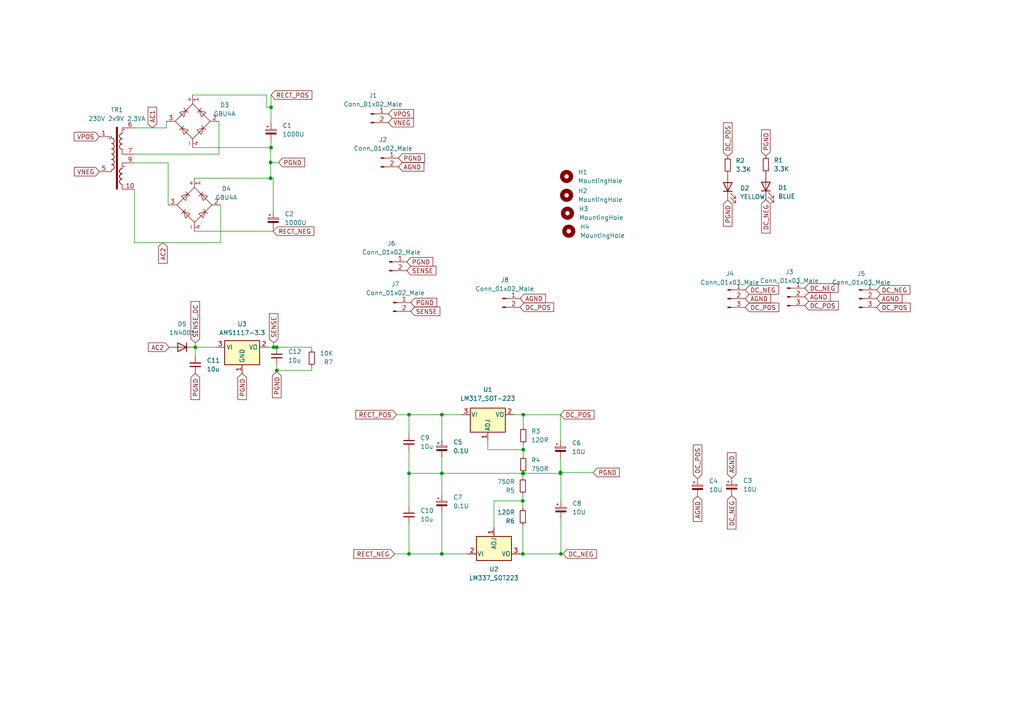
<source format=kicad_sch>
(kicad_sch (version 20230121) (generator eeschema)
  (paper "A4")
  (lib_symbols
    (symbol "Connector:Conn_01x02_Male" (pin_names (offset 1.016) hide)
      (property "Reference" "J" (at 0 2.54 0))
      (property "Value" "Conn_01x02_Male" (at 0 -5.08 0))
      (symbol "Conn_01x02_Male_1_1"
        (polyline (pts (xy 1.27 -2.54) (xy 0.8636 -2.54)) (stroke (width 0.1524)))
        (polyline (pts (xy 1.27 0) (xy 0.8636 0)) (stroke (width 0.1524)))
        (rectangle (start 0.8636 -2.413) (end 0 -2.667) (stroke (width 0.1524)) (fill (type outline)))
        (rectangle (start 0.8636 0.127) (end 0 -0.127) (stroke (width 0.1524)) (fill (type outline)))
        (pin passive line (at 5.08 0 180) (length 3.81) (name "Pin_1") (number "1"))
        (pin passive line (at 5.08 -2.54 180) (length 3.81) (name "Pin_2") (number "2"))
      )
    )
    (symbol "Connector:Conn_01x03_Male" (pin_names (offset 1.016) hide)
      (property "Reference" "J" (at 0 5.08 0))
      (property "Value" "Conn_01x03_Male" (at 0 -5.08 0))
      (symbol "Conn_01x03_Male_1_1"
        (polyline (pts (xy 1.27 -2.54) (xy 0.8636 -2.54)) (stroke (width 0.1524)))
        (polyline (pts (xy 1.27 0) (xy 0.8636 0)) (stroke (width 0.1524)))
        (polyline (pts (xy 1.27 2.54) (xy 0.8636 2.54)) (stroke (width 0.1524)))
        (rectangle (start 0.8636 -2.413) (end 0 -2.667) (stroke (width 0.1524)) (fill (type outline)))
        (rectangle (start 0.8636 0.127) (end 0 -0.127) (stroke (width 0.1524)) (fill (type outline)))
        (rectangle (start 0.8636 2.667) (end 0 2.413) (stroke (width 0.1524)) (fill (type outline)))
        (pin passive line (at 5.08 2.54 180) (length 3.81) (name "Pin_1") (number "1"))
        (pin passive line (at 5.08 0 180) (length 3.81) (name "Pin_2") (number "2"))
        (pin passive line (at 5.08 -2.54 180) (length 3.81) (name "Pin_3") (number "3"))
      )
    )
    (symbol "Device:C_Polarized_Small" (pin_numbers hide) (pin_names (offset 0.254) hide)
      (property "Reference" "C" (at 0.254 1.778 0))
      (property "Value" "C_Polarized_Small" (at 0.254 -2.032 0))
      (symbol "C_Polarized_Small_0_1"
        (rectangle (start -1.524 -0.3048) (end 1.524 -0.6858) (fill (type outline)))
        (rectangle (start -1.524 0.6858) (end 1.524 0.3048))
        (polyline (pts (xy -1.27 1.524) (xy -0.762 1.524)))
        (polyline (pts (xy -1.016 1.27) (xy -1.016 1.778)))
      )
      (symbol "C_Polarized_Small_1_1"
        (pin passive line (at 0 2.54 270) (length 1.8542) (name "~") (number "1"))
        (pin passive line (at 0 -2.54 90) (length 1.8542) (name "~") (number "2"))
      )
    )
    (symbol "Device:C_Small" (pin_numbers hide) (pin_names (offset 0.254) hide)
      (property "Reference" "C" (at 0.254 1.778 0))
      (property "Value" "C_Small" (at 0.254 -2.032 0))
      (symbol "C_Small_0_1"
        (polyline (pts (xy -1.524 -0.508) (xy 1.524 -0.508)) (stroke (width 0.3302)))
        (polyline (pts (xy -1.524 0.508) (xy 1.524 0.508)) (stroke (width 0.3048)))
      )
      (symbol "C_Small_1_1"
        (pin passive line (at 0 2.54 270) (length 2.032) (name "~") (number "1"))
        (pin passive line (at 0 -2.54 90) (length 2.032) (name "~") (number "2"))
      )
    )
    (symbol "Device:LED" (pin_numbers hide) (pin_names (offset 1.016) hide)
      (property "Reference" "D" (at 0 2.54 0))
      (property "Value" "LED" (at 0 -2.54 0))
      (symbol "LED_0_1"
        (polyline (pts (xy -1.27 -1.27) (xy -1.27 1.27)) (stroke (width 0.254)))
        (polyline (pts (xy -1.27 0) (xy 1.27 0)))
        (polyline (pts (xy 1.27 -1.27) (xy 1.27 1.27) (xy -1.27 0) (xy 1.27 -1.27)) (stroke (width 0.254)))
        (polyline (pts (xy -3.048 -0.762) (xy -4.572 -2.286) (xy -3.81 -2.286) (xy -4.572 -2.286) (xy -4.572 -1.524)))
        (polyline (pts (xy -1.778 -0.762) (xy -3.302 -2.286) (xy -2.54 -2.286) (xy -3.302 -2.286) (xy -3.302 -1.524)))
      )
      (symbol "LED_1_1"
        (pin passive line (at -3.81 0 0) (length 2.54) (name "K") (number "1"))
        (pin passive line (at 3.81 0 180) (length 2.54) (name "A") (number "2"))
      )
    )
    (symbol "Device:R_Small" (pin_numbers hide) (pin_names (offset 0.254) hide)
      (property "Reference" "R" (at 0.762 0.508 0))
      (property "Value" "R_Small" (at 0.762 -1.016 0))
      (symbol "R_Small_0_1"
        (rectangle (start -0.762 1.778) (end 0.762 -1.778) (stroke (width 0.2032)))
      )
      (symbol "R_Small_1_1"
        (pin passive line (at 0 2.54 270) (length 0.762) (name "~") (number "1"))
        (pin passive line (at 0 -2.54 90) (length 0.762) (name "~") (number "2"))
      )
    )
    (symbol "Diode:1N4001" (pin_numbers hide) (pin_names hide)
      (property "Reference" "D" (at 0 2.54 0))
      (property "Value" "1N4001" (at 0 -2.54 0))
      (symbol "1N4001_0_1"
        (polyline (pts (xy -1.27 1.27) (xy -1.27 -1.27)) (stroke (width 0.254)))
        (polyline (pts (xy 1.27 0) (xy -1.27 0)))
        (polyline (pts (xy 1.27 1.27) (xy 1.27 -1.27) (xy -1.27 0) (xy 1.27 1.27)) (stroke (width 0.254)))
      )
      (symbol "1N4001_1_1"
        (pin passive line (at -3.81 0 0) (length 2.54) (name "K") (number "1"))
        (pin passive line (at 3.81 0 180) (length 2.54) (name "A") (number "2"))
      )
    )
    (symbol "Diode_Bridge:GBU4A" (pin_names (offset 0))
      (property "Reference" "D" (at 2.54 6.985 0))
      (property "Value" "GBU4A" (at 2.54 5.08 0))
      (symbol "GBU4A_0_1"
        (polyline (pts (xy -2.54 3.81) (xy -1.27 2.54)))
        (polyline (pts (xy -1.27 -2.54) (xy -2.54 -3.81)))
        (polyline (pts (xy 2.54 -1.27) (xy 3.81 -2.54)))
        (polyline (pts (xy 2.54 1.27) (xy 3.81 2.54)))
        (polyline (pts (xy -3.81 2.54) (xy -2.54 1.27) (xy -1.905 3.175) (xy -3.81 2.54)))
        (polyline (pts (xy -2.54 -1.27) (xy -3.81 -2.54) (xy -1.905 -3.175) (xy -2.54 -1.27)))
        (polyline (pts (xy 1.27 2.54) (xy 2.54 3.81) (xy 3.175 1.905) (xy 1.27 2.54)))
        (polyline (pts (xy 3.175 -1.905) (xy 1.27 -2.54) (xy 2.54 -3.81) (xy 3.175 -1.905)))
        (polyline (pts (xy -5.08 0) (xy 0 -5.08) (xy 5.08 0) (xy 0 5.08) (xy -5.08 0)))
      )
      (symbol "GBU4A_1_1"
        (pin passive line (at 7.62 0 180) (length 2.54) (name "+") (number "1"))
        (pin passive line (at 0 -7.62 90) (length 2.54) (name "~") (number "2"))
        (pin passive line (at 0 7.62 270) (length 2.54) (name "~") (number "3"))
        (pin passive line (at -7.62 0 0) (length 2.54) (name "-") (number "4"))
      )
    )
    (symbol "Mechanical:MountingHole" (pin_names (offset 1.016))
      (property "Reference" "H" (at 0 5.08 0))
      (property "Value" "MountingHole" (at 0 3.175 0))
      (symbol "MountingHole_0_1"
        (circle (center 0 0) (radius 1.27) (stroke (width 1.27)))
      )
    )
    (symbol "Regulator_Linear:AMS1117-3.3"
      (property "Reference" "U" (at -3.81 3.175 0))
      (property "Value" "AMS1117-3.3" (at 0 3.175 0))
      (symbol "AMS1117-3.3_0_1"
        (rectangle (start -5.08 -5.08) (end 5.08 1.905) (stroke (width 0.254)) (fill (type background)))
      )
      (symbol "AMS1117-3.3_1_1"
        (pin power_in line (at 0 -7.62 90) (length 2.54) (name "GND") (number "1"))
        (pin power_out line (at 7.62 0 180) (length 2.54) (name "VO") (number "2"))
        (pin power_in line (at -7.62 0 0) (length 2.54) (name "VI") (number "3"))
      )
    )
    (symbol "Regulator_Linear:LM317_SOT-223" (pin_names (offset 0.254))
      (property "Reference" "U" (at -3.81 3.175 0))
      (property "Value" "LM317_SOT-223" (at 0 3.175 0))
      (symbol "LM317_SOT-223_0_1"
        (rectangle (start -5.08 1.905) (end 5.08 -5.08) (stroke (width 0.254)) (fill (type background)))
      )
      (symbol "LM317_SOT-223_1_1"
        (pin input line (at 0 -7.62 90) (length 2.54) (name "ADJ") (number "1"))
        (pin power_out line (at 7.62 0 180) (length 2.54) (name "VO") (number "2"))
        (pin power_in line (at -7.62 0 0) (length 2.54) (name "VI") (number "3"))
      )
    )
    (symbol "Regulator_Linear:LM337_SOT223" (pin_names (offset 0.254))
      (property "Reference" "U" (at -3.81 -3.175 0))
      (property "Value" "LM337_SOT223" (at 0 -3.175 0))
      (symbol "LM337_SOT223_0_1"
        (rectangle (start -5.08 5.08) (end 5.08 -1.905) (stroke (width 0.254)) (fill (type background)))
      )
      (symbol "LM337_SOT223_1_1"
        (pin input line (at 0 7.62 270) (length 2.54) (name "ADJ") (number "1"))
        (pin power_in line (at -7.62 0 0) (length 2.54) (name "VI") (number "2"))
        (pin power_out line (at 7.62 0 180) (length 2.54) (name "VO") (number "3"))
      )
    )
    (symbol "Transformer:TEZ2.6-D-2" (pin_names (offset 0.0254))
      (property "Reference" "TR" (at 0 8.89 0))
      (property "Value" "TEZ2.6-D-2" (at 0 -11.43 0))
      (symbol "TEZ2.6-D-2_0_1"
        (circle (center -2.032 4.572) (radius 0.127))
        (arc (start -1.524 -4.572) (mid -0.7653 -3.81) (end -1.524 -3.048) (stroke (width 0.2032)))
        (arc (start -1.524 -3.048) (mid -0.7653 -2.286) (end -1.524 -1.524) (stroke (width 0.2032)))
        (arc (start -1.524 -1.524) (mid -0.7653 -0.762) (end -1.524 0) (stroke (width 0.2032)))
        (arc (start -1.524 0) (mid -0.7653 0.762) (end -1.524 1.524) (stroke (width 0.2032)))
        (arc (start -1.524 1.524) (mid -0.7653 2.286) (end -1.524 3.048) (stroke (width 0.2032)))
        (arc (start -1.524 3.048) (mid -0.7653 3.81) (end -1.524 4.572) (stroke (width 0.2032)))
        (rectangle (start -0.254 7.874) (end 0.254 -10.16) (stroke (width 0.0254)) (fill (type outline)))
        (polyline (pts (xy -1.524 -4.572) (xy -1.524 -5.08) (xy -2.54 -5.08)))
        (polyline (pts (xy -1.524 4.572) (xy -1.524 5.08) (xy -2.54 5.08)))
        (polyline (pts (xy 1.524 -8.89) (xy 1.524 -10.16) (xy 2.54 -10.16)))
        (polyline (pts (xy 2.54 -2.54) (xy 1.524 -2.54) (xy 1.524 -4.064)))
        (polyline (pts (xy 2.54 0) (xy 1.524 0) (xy 1.524 1.27)))
        (polyline (pts (xy 2.54 7.62) (xy 1.524 7.62) (xy 1.524 6.096)))
        (arc (start 1.524 -7.239) (mid 0.7653 -8.001) (end 1.524 -8.763) (stroke (width 0.2032)))
        (arc (start 1.524 -5.715) (mid 0.7653 -6.477) (end 1.524 -7.239) (stroke (width 0.2032)))
        (arc (start 1.524 -5.715) (mid 0.7653 -6.477) (end 1.524 -7.239) (stroke (width 0.2032)))
        (arc (start 1.524 -4.191) (mid 0.7653 -4.953) (end 1.524 -5.715) (stroke (width 0.2032)))
        (arc (start 1.524 -4.191) (mid 0.7653 -4.953) (end 1.524 -5.715) (stroke (width 0.2032)))
        (arc (start 1.524 2.921) (mid 0.7653 2.159) (end 1.524 1.397) (stroke (width 0.2032)))
        (arc (start 1.524 4.445) (mid 0.7653 3.683) (end 1.524 2.921) (stroke (width 0.2032)))
        (arc (start 1.524 5.969) (mid 0.7653 5.207) (end 1.524 4.445) (stroke (width 0.2032)))
        (circle (center 2.032 -3.556) (radius 0.127))
        (circle (center 2.032 7.112) (radius 0.127))
      )
      (symbol "TEZ2.6-D-2_1_1"
        (pin passive line (at -5.08 5.08 0) (length 2.54) (name "~") (number "1"))
        (pin passive line (at 5.08 -10.16 180) (length 2.54) (name "~") (number "10"))
        (pin passive line (at -5.08 -5.08 0) (length 2.54) (name "~") (number "5"))
        (pin passive line (at 5.08 7.62 180) (length 2.54) (name "~") (number "6"))
        (pin passive line (at 5.08 0 180) (length 2.54) (name "~") (number "7"))
        (pin passive line (at 5.08 -2.54 180) (length 2.54) (name "~") (number "9"))
      )
    )
  )
  (junction (at 56.642 100.711))
  (junction (at 118.618 160.655))
  (junction (at 151.765 130.429))
  (junction (at 80.264 100.711))
  (junction (at 151.638 145.288))
  (junction (at 79.375 100.711))
  (junction (at 151.765 120.269))
  (junction (at 151.638 137.287))
  (junction (at 128.143 120.269))
  (junction (at 162.56 137.287))
  (junction (at 128.143 160.655))
  (junction (at 78.613 42.799))
  (junction (at 118.618 120.269))
  (junction (at 151.638 160.655))
  (junction (at 162.687 160.655))
  (junction (at 78.486 51.689))
  (junction (at 80.264 107.442))
  (junction (at 78.613 31.115))
  (junction (at 162.56 137.033))
  (junction (at 128.143 137.287))
  (junction (at 78.486 47.117))
  (junction (at 118.618 137.287))
  (junction (at 151.765 137.287))
  (wire (pts (xy 79.248 51.689) (xy 78.486 51.689)))
  (wire (pts (xy 38.989 37.084) (xy 48.26 37.084)))
  (wire (pts (xy 80.264 100.711) (xy 79.375 100.711)))
  (wire (pts (xy 78.613 43.053) (xy 78.486 43.053)))
  (wire (pts (xy 64.008 70.358) (xy 38.989 70.358)))
  (wire (pts (xy 118.618 137.287) (xy 128.143 137.287)))
  (wire (pts (xy 48.768 47.244) (xy 38.989 47.244)))
  (wire (pts (xy 118.618 146.812) (xy 118.618 137.287)))
  (wire (pts (xy 151.765 130.429) (xy 151.765 132.207)))
  (wire (pts (xy 151.765 128.905) (xy 151.765 130.429)))
  (wire (pts (xy 118.618 160.655) (xy 128.143 160.655)))
  (wire (pts (xy 48.768 59.436) (xy 48.768 47.244)))
  (wire (pts (xy 78.613 31.115) (xy 78.613 35.687)))
  (wire (pts (xy 90.424 107.442) (xy 80.264 107.442)))
  (wire (pts (xy 78.486 51.689) (xy 56.388 51.689)))
  (wire (pts (xy 90.424 100.711) (xy 90.424 101.346)))
  (wire (pts (xy 78.613 40.767) (xy 78.613 42.799)))
  (wire (pts (xy 80.264 107.442) (xy 80.264 107.823)))
  (wire (pts (xy 162.687 160.655) (xy 163.322 160.655)))
  (wire (pts (xy 162.687 160.655) (xy 162.687 150.368)))
  (wire (pts (xy 151.638 152.4) (xy 151.638 160.655)))
  (wire (pts (xy 56.642 100.711) (xy 62.611 100.711)))
  (wire (pts (xy 90.424 106.426) (xy 90.424 107.442)))
  (wire (pts (xy 128.143 160.655) (xy 135.636 160.655)))
  (wire (pts (xy 162.56 127.762) (xy 162.56 120.269)))
  (wire (pts (xy 80.264 105.791) (xy 80.264 107.442)))
  (wire (pts (xy 141.478 127.889) (xy 141.478 130.429)))
  (wire (pts (xy 128.143 120.269) (xy 133.858 120.269)))
  (wire (pts (xy 118.618 151.892) (xy 118.618 160.655)))
  (wire (pts (xy 118.618 130.81) (xy 118.618 137.287)))
  (wire (pts (xy 56.642 103.251) (xy 56.642 100.711)))
  (wire (pts (xy 143.256 145.288) (xy 151.638 145.288)))
  (wire (pts (xy 55.88 42.799) (xy 78.613 42.799)))
  (wire (pts (xy 128.143 127.508) (xy 128.143 120.269)))
  (wire (pts (xy 162.56 132.842) (xy 162.56 137.033)))
  (wire (pts (xy 77.343 27.559) (xy 77.343 31.115)))
  (wire (pts (xy 143.256 153.035) (xy 143.256 145.288)))
  (wire (pts (xy 151.765 137.287) (xy 162.56 137.287)))
  (wire (pts (xy 128.143 137.287) (xy 128.143 132.588)))
  (wire (pts (xy 151.765 120.269) (xy 151.765 123.825)))
  (wire (pts (xy 78.486 43.053) (xy 78.486 47.117)))
  (wire (pts (xy 79.248 66.421) (xy 79.248 67.056)))
  (wire (pts (xy 48.26 35.179) (xy 48.26 37.084)))
  (wire (pts (xy 128.143 148.59) (xy 128.143 160.655)))
  (wire (pts (xy 151.765 120.269) (xy 162.56 120.269)))
  (wire (pts (xy 78.486 47.117) (xy 80.772 47.117)))
  (wire (pts (xy 151.638 147.32) (xy 151.638 145.288)))
  (wire (pts (xy 78.613 42.799) (xy 78.613 43.053)))
  (wire (pts (xy 151.638 160.655) (xy 162.687 160.655)))
  (wire (pts (xy 79.248 67.056) (xy 56.388 67.056)))
  (wire (pts (xy 151.638 145.288) (xy 151.638 143.51)))
  (wire (pts (xy 115.062 120.269) (xy 118.618 120.269)))
  (wire (pts (xy 149.098 120.269) (xy 151.765 120.269)))
  (wire (pts (xy 55.88 27.559) (xy 77.343 27.559)))
  (wire (pts (xy 80.264 100.711) (xy 90.424 100.711)))
  (wire (pts (xy 56.642 99.441) (xy 56.642 100.711)))
  (wire (pts (xy 56.388 51.689) (xy 56.388 51.816)))
  (wire (pts (xy 151.638 160.655) (xy 150.876 160.655)))
  (wire (pts (xy 64.008 59.436) (xy 64.008 70.358)))
  (wire (pts (xy 38.989 44.704) (xy 63.5 44.704)))
  (wire (pts (xy 162.56 137.033) (xy 162.56 137.287)))
  (wire (pts (xy 78.613 27.559) (xy 78.613 31.115)))
  (wire (pts (xy 162.687 145.288) (xy 162.687 137.287)))
  (wire (pts (xy 162.56 137.287) (xy 162.687 137.287)))
  (wire (pts (xy 78.486 47.117) (xy 78.486 51.689)))
  (wire (pts (xy 118.618 125.73) (xy 118.618 120.269)))
  (wire (pts (xy 118.618 120.269) (xy 128.143 120.269)))
  (wire (pts (xy 79.375 100.711) (xy 77.851 100.711)))
  (wire (pts (xy 151.638 137.287) (xy 151.765 137.287)))
  (wire (pts (xy 77.343 31.115) (xy 78.613 31.115)))
  (wire (pts (xy 141.478 130.429) (xy 151.765 130.429)))
  (wire (pts (xy 63.5 35.179) (xy 63.5 44.704)))
  (wire (pts (xy 38.989 70.358) (xy 38.989 54.864)))
  (wire (pts (xy 151.638 137.287) (xy 151.638 138.43)))
  (wire (pts (xy 79.375 99.441) (xy 79.375 100.711)))
  (wire (pts (xy 128.143 143.51) (xy 128.143 137.287)))
  (wire (pts (xy 128.143 137.287) (xy 151.638 137.287)))
  (wire (pts (xy 114.427 160.655) (xy 118.618 160.655)))
  (wire (pts (xy 79.248 51.689) (xy 79.248 61.341)))
  (wire (pts (xy 172.085 137.033) (xy 162.56 137.033)))
  (global_label "VNEG" (shape input) (at 112.649 35.56 0) (property "Intersheetrefs" "${INTERSHEET_REFS}" (effects hide)))
  (global_label "AC2" (shape input) (at 49.022 100.711 180) (property "Intersheetrefs" "${INTERSHEET_REFS}" (effects hide)))
  (global_label "DC_NEG" (shape input) (at 254.254 84.074 0) (property "Intersheetrefs" "${INTERSHEET_REFS}" (effects hide)))
  (global_label "SENSE" (shape input) (at 119.126 90.297 0) (property "Intersheetrefs" "${INTERSHEET_REFS}" (effects hide)))
  (global_label "AGND" (shape input) (at 233.426 86.106 0) (property "Intersheetrefs" "${INTERSHEET_REFS}" (effects hide)))
  (global_label "DC_POS" (shape input) (at 211.074 45.339 90) (property "Intersheetrefs" "${INTERSHEET_REFS}" (effects hide)))
  (global_label "RECT_NEG" (shape input) (at 114.427 160.655 180) (property "Intersheetrefs" "${INTERSHEET_REFS}" (effects hide)))
  (global_label "RECT_NEG" (shape input) (at 79.248 67.056 0) (property "Intersheetrefs" "${INTERSHEET_REFS}" (effects hide)))
  (global_label "AGND" (shape input) (at 202.311 143.891 270) (property "Intersheetrefs" "${INTERSHEET_REFS}" (effects hide)))
  (global_label "PGND" (shape input) (at 80.772 47.117 0) (property "Intersheetrefs" "${INTERSHEET_REFS}" (effects hide)))
  (global_label "SENSE" (shape input) (at 79.375 99.441 90) (property "Intersheetrefs" "${INTERSHEET_REFS}" (effects hide)))
  (global_label "RECT_POS" (shape input) (at 115.062 120.269 180) (property "Intersheetrefs" "${INTERSHEET_REFS}" (effects hide)))
  (global_label "RECT_POS" (shape input) (at 78.613 27.559 0) (property "Intersheetrefs" "${INTERSHEET_REFS}" (effects hide)))
  (global_label "VNEG" (shape input) (at 28.829 49.784 180) (property "Intersheetrefs" "${INTERSHEET_REFS}" (effects hide)))
  (global_label "DC_NEG" (shape input) (at 233.426 83.566 0) (property "Intersheetrefs" "${INTERSHEET_REFS}" (effects hide)))
  (global_label "VPOS" (shape input) (at 28.829 39.624 180) (property "Intersheetrefs" "${INTERSHEET_REFS}" (effects hide)))
  (global_label "DC_NEG" (shape input) (at 212.217 143.764 270) (property "Intersheetrefs" "${INTERSHEET_REFS}" (effects hide)))
  (global_label "DC_POS" (shape input) (at 254.254 89.154 0) (property "Intersheetrefs" "${INTERSHEET_REFS}" (effects hide)))
  (global_label "VPOS" (shape input) (at 112.649 33.02 0) (property "Intersheetrefs" "${INTERSHEET_REFS}" (effects hide)))
  (global_label "SENSE" (shape input) (at 117.983 78.486 0) (property "Intersheetrefs" "${INTERSHEET_REFS}" (effects hide)))
  (global_label "DC_POS" (shape input) (at 216.154 89.154 0) (property "Intersheetrefs" "${INTERSHEET_REFS}" (effects hide)))
  (global_label "AGND" (shape input) (at 216.154 86.614 0) (property "Intersheetrefs" "${INTERSHEET_REFS}" (effects hide)))
  (global_label "PGND" (shape input) (at 115.57 45.847 0) (property "Intersheetrefs" "${INTERSHEET_REFS}" (effects hide)))
  (global_label "AGND" (shape input) (at 115.57 48.387 0) (property "Intersheetrefs" "${INTERSHEET_REFS}" (effects hide)))
  (global_label "AGND" (shape input) (at 212.217 138.684 90) (property "Intersheetrefs" "${INTERSHEET_REFS}" (effects hide)))
  (global_label "PGND" (shape input) (at 119.126 87.757 0) (property "Intersheetrefs" "${INTERSHEET_REFS}" (effects hide)))
  (global_label "DC_POS" (shape input) (at 233.426 88.646 0) (property "Intersheetrefs" "${INTERSHEET_REFS}" (effects hide)))
  (global_label "DC_NEG" (shape input) (at 222.123 57.912 270) (property "Intersheetrefs" "${INTERSHEET_REFS}" (effects hide)))
  (global_label "DC_NEG" (shape input) (at 216.154 84.074 0) (property "Intersheetrefs" "${INTERSHEET_REFS}" (effects hide)))
  (global_label "DC_POS" (shape input) (at 162.56 120.269 0) (property "Intersheetrefs" "${INTERSHEET_REFS}" (effects hide)))
  (global_label "AC1" (shape input) (at 44.196 37.084 90) (property "Intersheetrefs" "${INTERSHEET_REFS}" (effects hide)))
  (global_label "AGND" (shape input) (at 150.8463 86.569 0) (property "Intersheetrefs" "${INTERSHEET_REFS}" (effects hide)))
  (global_label "PGND" (shape input) (at 117.983 75.946 0) (property "Intersheetrefs" "${INTERSHEET_REFS}" (effects hide)))
  (global_label "PGND" (shape input) (at 70.231 108.331 270) (property "Intersheetrefs" "${INTERSHEET_REFS}" (effects hide)))
  (global_label "SENSE_DC" (shape input) (at 56.642 99.441 90) (property "Intersheetrefs" "${INTERSHEET_REFS}" (effects hide)))
  (global_label "DC_NEG" (shape input) (at 163.322 160.655 0) (property "Intersheetrefs" "${INTERSHEET_REFS}" (effects hide)))
  (global_label "DC_POS" (shape input) (at 202.311 138.811 90) (property "Intersheetrefs" "${INTERSHEET_REFS}" (effects hide)))
  (global_label "PGND" (shape input) (at 211.074 58.039 270) (property "Intersheetrefs" "${INTERSHEET_REFS}" (effects hide)))
  (global_label "AGND" (shape input) (at 254.254 86.614 0) (property "Intersheetrefs" "${INTERSHEET_REFS}" (effects hide)))
  (global_label "AC2" (shape input) (at 47.244 70.358 270) (property "Intersheetrefs" "${INTERSHEET_REFS}" (effects hide)))
  (global_label "PGND" (shape input) (at 172.085 137.033 0) (property "Intersheetrefs" "${INTERSHEET_REFS}" (effects hide)))
  (global_label "PGND" (shape input) (at 222.123 45.212 90) (property "Intersheetrefs" "${INTERSHEET_REFS}" (effects hide)))
  (global_label "PGND" (shape input) (at 80.264 107.823 270) (property "Intersheetrefs" "${INTERSHEET_REFS}" (effects hide)))
  (global_label "DC_POS" (shape input) (at 150.8463 89.109 0) (property "Intersheetrefs" "${INTERSHEET_REFS}" (effects hide)))
  (global_label "PGND" (shape input) (at 56.642 108.331 270) (property "Intersheetrefs" "${INTERSHEET_REFS}" (effects hide)))
  (symbol (lib_id "Connector:Conn_01x03_Male") (at 249.174 86.614 0) (unit 1)
    (property "Reference" "J5" (at 249.809 79.375 0))
    (property "Value" "Conn_01x03_Male" (at 249.809 81.915 0))
    (property "Footprint" "Connector_JST:JST_PH_B3B-PH-K_1x03_P2.00mm_Vertical" (effects hide))
  )
  (symbol (lib_id "Regulator_Linear:LM317_SOT-223") (at 141.478 120.269 0) (unit 1)
    (property "Reference" "U1" (at 141.478 113.03 0))
    (property "Value" "LM317_SOT-223" (at 141.478 115.57 0))
    (property "Footprint" "Package_TO_SOT_SMD:SOT-223-3_TabPin2" (effects hide))
    (property "Datasheet" "http://www.ti.com/lit/ds/symlink/lm317.pdf" (effects hide))
  )
  (symbol (lib_id "Mechanical:MountingHole") (at 164.338 51.181 0) (unit 1)
    (property "Reference" "H1" (at 167.64 49.9109 0) (effects (justify left)))
    (property "Value" "MountingHole" (at 167.64 52.4509 0) (effects (justify left)))
    (property "Footprint" "MountingHole:MountingHole_3.2mm_M3" (effects hide))
  )
  (symbol (lib_id "Diode_Bridge:GBU4A") (at 56.388 59.436 90) (unit 1)
    (property "Reference" "D4" (at 65.659 54.737 90))
    (property "Value" "GBU4A" (at 65.659 57.277 90))
    (property "Footprint" "Diode_THT:Diode_Bridge_Vishay_GBU" (effects hide))
    (property "Datasheet" "http://www.vishay.com/docs/88656/gbu4a.pdf" (effects hide))
  )
  (symbol (lib_id "Device:R_Small") (at 211.074 47.879 0) (unit 1)
    (property "Reference" "R2" (at 213.36 46.6089 0) (effects (justify left)))
    (property "Value" "3.3K" (at 213.36 49.1489 0) (effects (justify left)))
    (property "Footprint" "Resistor_SMD:R_0603_1608Metric_Pad0.98x0.95mm_HandSolder" (effects hide))
  )
  (symbol (lib_id "Regulator_Linear:AMS1117-3.3") (at 70.231 100.711 0) (unit 1)
    (property "Reference" "U3" (at 70.231 93.98 0))
    (property "Value" "AMS1117-3.3" (at 70.231 96.52 0))
    (property "Footprint" "Package_TO_SOT_SMD:SOT-223-3_TabPin2" (effects hide))
    (property "Datasheet" "http://www.advanced-monolithic.com/pdf/ds1117.pdf" (effects hide))
  )
  (symbol (lib_id "Device:C_Polarized_Small") (at 79.248 63.881 0) (unit 1)
    (property "Reference" "C2" (at 82.55 62.0648 0) (effects (justify left)))
    (property "Value" "1000U" (at 82.55 64.6048 0) (effects (justify left)))
    (property "Footprint" "Capacitor_THT:CP_Radial_D10.0mm_P5.00mm_P7.50mm" (effects hide))
  )
  (symbol (lib_id "Device:C_Polarized_Small") (at 128.143 130.048 0) (unit 1)
    (property "Reference" "C5" (at 131.445 128.2318 0) (effects (justify left)))
    (property "Value" "0.1U" (at 131.445 130.7718 0) (effects (justify left)))
    (property "Footprint" "Capacitor_SMD:C_0603_1608Metric_Pad1.08x0.95mm_HandSolder" (effects hide))
  )
  (symbol (lib_id "Device:C_Polarized_Small") (at 212.217 141.224 0) (unit 1)
    (property "Reference" "C3" (at 215.519 139.4078 0) (effects (justify left)))
    (property "Value" "10U" (at 215.519 141.9478 0) (effects (justify left)))
    (property "Footprint" "Capacitor_SMD:C_1206_3216Metric_Pad1.33x1.80mm_HandSolder" (effects hide))
  )
  (symbol (lib_id "Device:C_Polarized_Small") (at 162.56 130.302 0) (unit 1)
    (property "Reference" "C6" (at 165.862 128.4858 0) (effects (justify left)))
    (property "Value" "10U" (at 165.862 131.0258 0) (effects (justify left)))
    (property "Footprint" "Capacitor_SMD:C_1206_3216Metric_Pad1.33x1.80mm_HandSolder" (effects hide))
  )
  (symbol (lib_id "Connector:Conn_01x02_Male") (at 145.7663 86.569 0) (unit 1)
    (property "Reference" "J8" (at 146.4013 81.235 0))
    (property "Value" "Conn_01x02_Male" (at 146.4013 83.775 0))
    (property "Footprint" "Connector_JST:JST_PH_B2B-PH-K_1x02_P2.00mm_Vertical" (effects hide))
  )
  (symbol (lib_id "Device:R_Small") (at 151.765 126.365 0) (unit 1)
    (property "Reference" "R3" (at 154.051 125.0949 0) (effects (justify left)))
    (property "Value" "120R" (at 154.051 127.6349 0) (effects (justify left)))
    (property "Footprint" "Resistor_SMD:R_0603_1608Metric_Pad0.98x0.95mm_HandSolder" (effects hide))
  )
  (symbol (lib_id "Device:C_Polarized_Small") (at 202.311 141.351 0) (unit 1)
    (property "Reference" "C4" (at 205.613 139.5348 0) (effects (justify left)))
    (property "Value" "10U" (at 205.613 142.0748 0) (effects (justify left)))
    (property "Footprint" "Capacitor_SMD:C_1206_3216Metric_Pad1.33x1.80mm_HandSolder" (effects hide))
  )
  (symbol (lib_id "Device:C_Polarized_Small") (at 128.143 146.05 0) (unit 1)
    (property "Reference" "C7" (at 131.445 144.2338 0) (effects (justify left)))
    (property "Value" "0.1U" (at 131.445 146.7738 0) (effects (justify left)))
    (property "Footprint" "Capacitor_SMD:C_0603_1608Metric_Pad1.08x0.95mm_HandSolder" (effects hide))
  )
  (symbol (lib_id "Regulator_Linear:LM337_SOT223") (at 143.256 160.655 0) (unit 1)
    (property "Reference" "U2" (at 143.256 165.1 0))
    (property "Value" "LM337_SOT223" (at 143.256 167.64 0))
    (property "Footprint" "Package_TO_SOT_SMD:SOT-223-3_TabPin2" (effects hide))
    (property "Datasheet" "http://www.ti.com/lit/ds/symlink/lm337-n.pdf" (effects hide))
  )
  (symbol (lib_id "Connector:Conn_01x02_Male") (at 107.569 33.02 0) (unit 1)
    (property "Reference" "J1" (at 108.204 27.686 0))
    (property "Value" "Conn_01x02_Male" (at 108.204 30.226 0))
    (property "Footprint" "Connector_JST:JST_XH_B2B-XH-A_1x02_P2.50mm_Vertical" (effects hide))
  )
  (symbol (lib_id "Mechanical:MountingHole") (at 164.338 56.642 0) (unit 1)
    (property "Reference" "H2" (at 167.64 55.3719 0) (effects (justify left)))
    (property "Value" "MountingHole" (at 167.64 57.9119 0) (effects (justify left)))
    (property "Footprint" "MountingHole:MountingHole_3.2mm_M3" (effects hide))
  )
  (symbol (lib_id "Device:R_Small") (at 151.638 140.97 180) (unit 1)
    (property "Reference" "R5" (at 149.352 142.2401 0) (effects (justify left)))
    (property "Value" "750R" (at 149.352 139.7001 0) (effects (justify left)))
    (property "Footprint" "Resistor_SMD:R_0603_1608Metric_Pad0.98x0.95mm_HandSolder" (effects hide))
  )
  (symbol (lib_id "Diode_Bridge:GBU4A") (at 55.88 35.179 90) (unit 1)
    (property "Reference" "D3" (at 65.151 30.48 90))
    (property "Value" "GBU4A" (at 65.151 33.02 90))
    (property "Footprint" "Diode_THT:Diode_Bridge_Vishay_GBU" (effects hide))
    (property "Datasheet" "http://www.vishay.com/docs/88656/gbu4a.pdf" (effects hide))
  )
  (symbol (lib_id "Device:C_Polarized_Small") (at 162.687 147.828 0) (unit 1)
    (property "Reference" "C8" (at 165.989 146.0118 0) (effects (justify left)))
    (property "Value" "10U" (at 165.989 148.5518 0) (effects (justify left)))
    (property "Footprint" "Capacitor_SMD:C_1206_3216Metric_Pad1.33x1.80mm_HandSolder" (effects hide))
  )
  (symbol (lib_id "Connector:Conn_01x03_Male") (at 211.074 86.614 0) (unit 1)
    (property "Reference" "J4" (at 211.709 79.375 0))
    (property "Value" "Conn_01x03_Male" (at 211.709 81.915 0))
    (property "Footprint" "Connector_JST:JST_PH_B3B-PH-K_1x03_P2.00mm_Vertical" (effects hide))
  )
  (symbol (lib_id "Device:C_Small") (at 80.264 103.251 0) (unit 1)
    (property "Reference" "C12" (at 83.566 101.9873 0) (effects (justify left)))
    (property "Value" "10u" (at 83.566 104.5273 0) (effects (justify left)))
    (property "Footprint" "Capacitor_SMD:C_1206_3216Metric_Pad1.33x1.80mm_HandSolder" (effects hide))
  )
  (symbol (lib_id "Device:LED") (at 222.123 54.102 90) (unit 1)
    (property "Reference" "D1" (at 225.679 54.4194 90) (effects (justify right)))
    (property "Value" "BLUE" (at 225.679 56.9594 90) (effects (justify right)))
    (property "Footprint" "LED_SMD:LED_0805_2012Metric_Pad1.15x1.40mm_HandSolder" (effects hide))
  )
  (symbol (lib_id "Device:C_Small") (at 118.618 128.27 0) (unit 1)
    (property "Reference" "C9" (at 121.92 127.0063 0) (effects (justify left)))
    (property "Value" "10u" (at 121.92 129.5463 0) (effects (justify left)))
    (property "Footprint" "Capacitor_SMD:C_1206_3216Metric_Pad1.33x1.80mm_HandSolder" (effects hide))
  )
  (symbol (lib_id "Device:R_Small") (at 151.638 149.86 180) (unit 1)
    (property "Reference" "R6" (at 149.352 151.1301 0) (effects (justify left)))
    (property "Value" "120R" (at 149.352 148.5901 0) (effects (justify left)))
    (property "Footprint" "Resistor_SMD:R_0603_1608Metric_Pad0.98x0.95mm_HandSolder" (effects hide))
  )
  (symbol (lib_id "Device:R_Small") (at 90.424 103.886 180) (unit 1)
    (property "Reference" "R7" (at 96.647 105.029 0) (effects (justify left)))
    (property "Value" "10K" (at 96.647 102.489 0) (effects (justify left)))
    (property "Footprint" "Resistor_SMD:R_0603_1608Metric_Pad0.98x0.95mm_HandSolder" (effects hide))
  )
  (symbol (lib_id "Connector:Conn_01x02_Male") (at 110.49 45.847 0) (unit 1)
    (property "Reference" "J2" (at 111.125 40.513 0))
    (property "Value" "Conn_01x02_Male" (at 111.125 43.053 0))
    (property "Footprint" "Connector_JST:JST_XH_B2B-XH-A_1x02_P2.50mm_Vertical" (effects hide))
  )
  (symbol (lib_id "Device:R_Small") (at 222.123 47.752 0) (unit 1)
    (property "Reference" "R1" (at 224.409 46.4819 0) (effects (justify left)))
    (property "Value" "3.3K" (at 224.409 49.0219 0) (effects (justify left)))
    (property "Footprint" "Resistor_SMD:R_0603_1608Metric_Pad0.98x0.95mm_HandSolder" (effects hide))
  )
  (symbol (lib_id "Connector:Conn_01x02_Male") (at 112.903 75.946 0) (unit 1)
    (property "Reference" "J6" (at 113.538 70.612 0))
    (property "Value" "Conn_01x02_Male" (at 113.538 73.152 0))
    (property "Footprint" "Connector_JST:JST_PH_B2B-PH-K_1x02_P2.00mm_Vertical" (effects hide))
  )
  (symbol (lib_id "Device:C_Small") (at 56.642 105.791 0) (unit 1)
    (property "Reference" "C11" (at 59.944 104.5273 0) (effects (justify left)))
    (property "Value" "10u" (at 59.944 107.0673 0) (effects (justify left)))
    (property "Footprint" "Capacitor_SMD:C_1206_3216Metric_Pad1.33x1.80mm_HandSolder" (effects hide))
  )
  (symbol (lib_id "Connector:Conn_01x03_Male") (at 228.346 86.106 0) (unit 1)
    (property "Reference" "J3" (at 228.981 78.867 0))
    (property "Value" "Conn_01x03_Male" (at 228.981 81.407 0))
    (property "Footprint" "Connector_JST:JST_PH_B3B-PH-K_1x03_P2.00mm_Vertical" (effects hide))
  )
  (symbol (lib_id "Connector:Conn_01x02_Male") (at 114.046 87.757 0) (unit 1)
    (property "Reference" "J7" (at 114.681 82.423 0))
    (property "Value" "Conn_01x02_Male" (at 114.681 84.963 0))
    (property "Footprint" "Connector_JST:JST_PH_B2B-PH-K_1x02_P2.00mm_Vertical" (effects hide))
  )
  (symbol (lib_id "Diode:1N4001") (at 52.832 100.711 180) (unit 1)
    (property "Reference" "D5" (at 52.832 93.98 0))
    (property "Value" "1N4001" (at 52.832 96.52 0))
    (property "Footprint" "Diode_SMD:D_SMA" (effects hide))
    (property "Datasheet" "http://www.vishay.com/docs/88503/1n4001.pdf" (effects hide))
    (property "Sim.Device" "D" (effects hide))
    (property "Sim.Pins" "1=K 2=A" (effects hide))
  )
  (symbol (lib_id "Mechanical:MountingHole") (at 164.973 67.056 0) (unit 1)
    (property "Reference" "H4" (at 168.275 65.7859 0) (effects (justify left)))
    (property "Value" "MountingHole" (at 168.275 68.3259 0) (effects (justify left)))
    (property "Footprint" "MountingHole:MountingHole_3.2mm_M3" (effects hide))
  )
  (symbol (lib_id "Device:C_Small") (at 118.618 149.352 0) (unit 1)
    (property "Reference" "C10" (at 121.92 148.0883 0) (effects (justify left)))
    (property "Value" "10u" (at 121.92 150.6283 0) (effects (justify left)))
    (property "Footprint" "Capacitor_SMD:C_1206_3216Metric_Pad1.33x1.80mm_HandSolder" (effects hide))
  )
  (symbol (lib_id "Device:R_Small") (at 151.765 134.747 0) (unit 1)
    (property "Reference" "R4" (at 154.051 133.4769 0) (effects (justify left)))
    (property "Value" "750R" (at 154.051 136.0169 0) (effects (justify left)))
    (property "Footprint" "Resistor_SMD:R_0603_1608Metric_Pad0.98x0.95mm_HandSolder" (effects hide))
  )
  (symbol (lib_id "Transformer:TEZ2.6-D-2") (at 33.909 44.704 0) (unit 1)
    (property "Reference" "TR1" (at 33.909 31.877 0))
    (property "Value" "230V 2x9V 2.3VA" (at 33.909 34.417 0))
    (property "Footprint" "Transformer_THT:Transformer_Breve_TEZ-28x33" (effects hide))
    (property "Datasheet" "http://www.breve.pl/pdf/ANG/TEZ_ang.pdf" (effects hide))
  )
  (symbol (lib_id "Mechanical:MountingHole") (at 164.592 61.849 0) (unit 1)
    (property "Reference" "H3" (at 167.894 60.5789 0) (effects (justify left)))
    (property "Value" "MountingHole" (at 167.894 63.1189 0) (effects (justify left)))
    (property "Footprint" "MountingHole:MountingHole_3.2mm_M3" (effects hide))
  )
  (symbol (lib_id "Device:LED") (at 211.074 54.229 90) (unit 1)
    (property "Reference" "D2" (at 214.63 54.5464 90) (effects (justify right)))
    (property "Value" "YELLOW" (at 214.63 57.0864 90) (effects (justify right)))
    (property "Footprint" "LED_SMD:LED_0805_2012Metric_Pad1.15x1.40mm_HandSolder" (effects hide))
  )
  (symbol (lib_id "Device:C_Polarized_Small") (at 78.613 38.227 0) (unit 1)
    (property "Reference" "C1" (at 81.915 36.4108 0) (effects (justify left)))
    (property "Value" "1000U" (at 81.915 38.9508 0) (effects (justify left)))
    (property "Footprint" "Capacitor_THT:CP_Radial_D10.0mm_P5.00mm_P7.50mm" (effects hide))
  )
)
</source>
